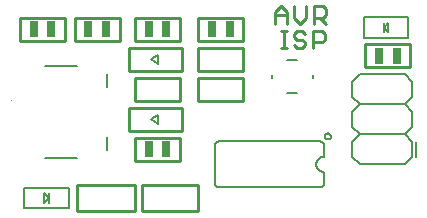
<source format=gto>
G04 EAGLE Gerber X2 export*
%TF.Part,Single*%
%TF.FileFunction,Other,Silk top*%
%TF.FilePolarity,Positive*%
%TF.GenerationSoftware,Autodesk,EAGLE,9.1.3*%
%TF.CreationDate,2018-09-03T05:04:02Z*%
G75*
%MOMM*%
%FSLAX34Y34*%
%LPD*%
%AMOC8*
5,1,8,0,0,1.08239X$1,22.5*%
G01*
%ADD10C,0.279400*%
%ADD11C,0.254000*%
%ADD12R,0.650000X1.400000*%
%ADD13C,0.203200*%
%ADD14C,0.101600*%
%ADD15C,0.127000*%
%ADD16C,0.152400*%


D10*
X226822Y169672D02*
X226822Y179671D01*
X231822Y184671D01*
X236821Y179671D01*
X236821Y169672D01*
X236821Y177171D02*
X226822Y177171D01*
X243194Y174672D02*
X243194Y184671D01*
X243194Y174672D02*
X248193Y169672D01*
X253193Y174672D01*
X253193Y184671D01*
X259565Y184671D02*
X259565Y169672D01*
X259565Y184671D02*
X267065Y184671D01*
X269564Y182171D01*
X269564Y177171D01*
X267065Y174672D01*
X259565Y174672D01*
X264565Y174672D02*
X269564Y169672D01*
X236584Y149035D02*
X231585Y149035D01*
X234084Y149035D02*
X234084Y164033D01*
X231585Y164033D02*
X236584Y164033D01*
X249998Y164033D02*
X252498Y161534D01*
X249998Y164033D02*
X244999Y164033D01*
X242499Y161534D01*
X242499Y159034D01*
X244999Y156534D01*
X249998Y156534D01*
X252498Y154034D01*
X252498Y151534D01*
X249998Y149035D01*
X244999Y149035D01*
X242499Y151534D01*
X258870Y149035D02*
X258870Y164033D01*
X266370Y164033D01*
X268870Y161534D01*
X268870Y156534D01*
X266370Y154034D01*
X258870Y154034D01*
D11*
X107950Y33338D02*
X58738Y33338D01*
X107950Y33338D02*
X107950Y11113D01*
X58738Y11113D01*
X58738Y33338D01*
X114300Y33338D02*
X114300Y11113D01*
X114300Y33338D02*
X161925Y33338D01*
X161925Y11113D01*
X114300Y11113D01*
X107950Y73025D02*
X146050Y73025D01*
X146050Y53975D01*
X107950Y53975D01*
X107950Y73025D01*
X147638Y79375D02*
X147638Y98425D01*
X103188Y98425D01*
X103188Y79375D01*
X147638Y79375D01*
X147638Y130175D02*
X147638Y149225D01*
X103188Y149225D01*
X103188Y130175D01*
X147638Y130175D01*
X146050Y174625D02*
X107950Y174625D01*
X146050Y174625D02*
X146050Y155575D01*
X107950Y155575D01*
X107950Y174625D01*
X95250Y174625D02*
X57150Y174625D01*
X95250Y174625D02*
X95250Y155575D01*
X57150Y155575D01*
X57150Y174625D01*
X49213Y174625D02*
X11113Y174625D01*
X49213Y174625D02*
X49213Y155575D01*
X11113Y155575D01*
X11113Y174625D01*
X161925Y174625D02*
X200025Y174625D01*
X200025Y155575D01*
X161925Y155575D01*
X161925Y174625D01*
X161925Y149225D02*
X200025Y149225D01*
X200025Y130175D01*
X161925Y130175D01*
X161925Y149225D01*
X161925Y123825D02*
X200025Y123825D01*
X200025Y104775D01*
X161925Y104775D01*
X161925Y123825D01*
X303213Y152400D02*
X341313Y152400D01*
X341313Y133350D01*
X303213Y133350D01*
X303213Y152400D01*
X146050Y123825D02*
X107950Y123825D01*
X146050Y123825D02*
X146050Y104775D01*
X107950Y104775D01*
X107950Y123825D01*
D12*
X37477Y165115D03*
X22745Y165115D03*
D13*
X35338Y26288D02*
X35338Y22288D01*
X35338Y18288D01*
X35338Y22288D02*
X31338Y26288D01*
X31338Y18288D01*
X35338Y22288D01*
X14338Y13788D02*
X14338Y30788D01*
X52338Y30788D01*
X52338Y13788D01*
X14338Y13788D01*
X336550Y50800D02*
X342900Y57150D01*
X342900Y69850D02*
X336550Y76200D01*
X342900Y82550D01*
X342900Y95250D02*
X336550Y101600D01*
X342900Y107950D01*
X342900Y120650D02*
X336550Y127000D01*
X336550Y50800D02*
X298450Y50800D01*
X292100Y57150D01*
X292100Y69850D01*
X298450Y76200D01*
X292100Y82550D01*
X292100Y95250D01*
X298450Y101600D01*
X292100Y107950D01*
X292100Y120650D01*
X298450Y127000D01*
X298450Y76200D02*
X336550Y76200D01*
X336550Y101600D02*
X298450Y101600D01*
X298450Y127000D02*
X336550Y127000D01*
X342900Y120650D02*
X342900Y107950D01*
X342900Y95250D02*
X342900Y82550D01*
X342900Y69850D02*
X342900Y57150D01*
X346250Y57150D02*
X346250Y69850D01*
D14*
X3039Y105383D02*
X3039Y105382D01*
D15*
X32100Y134000D02*
X59100Y134000D01*
X59100Y56000D02*
X32100Y56000D01*
X84100Y116000D02*
X84100Y127000D01*
X84100Y74000D02*
X84100Y63000D01*
D13*
X179832Y31337D02*
X264668Y31337D01*
X178832Y70263D02*
X178719Y70244D01*
X178607Y70222D01*
X178496Y70195D01*
X178386Y70165D01*
X178277Y70130D01*
X178169Y70092D01*
X178062Y70051D01*
X177957Y70006D01*
X177854Y69957D01*
X177752Y69905D01*
X177652Y69849D01*
X177554Y69790D01*
X177459Y69728D01*
X177365Y69662D01*
X177274Y69593D01*
X177185Y69522D01*
X177098Y69447D01*
X177014Y69369D01*
X176933Y69289D01*
X176855Y69205D01*
X176779Y69119D01*
X176707Y69031D01*
X176638Y68940D01*
X176571Y68847D01*
X176508Y68752D01*
X176448Y68654D01*
X176392Y68555D01*
X176339Y68454D01*
X176290Y68350D01*
X176244Y68246D01*
X176201Y68140D01*
X176163Y68032D01*
X176128Y67923D01*
X176096Y67813D01*
X176069Y67702D01*
X176045Y67590D01*
X176025Y67478D01*
X176009Y67365D01*
X175997Y67251D01*
X175989Y67137D01*
X175985Y67023D01*
X175984Y66908D01*
X175988Y66794D01*
X175995Y66680D01*
X176006Y66566D01*
X176022Y66453D01*
X264668Y31337D02*
X264798Y31354D01*
X264927Y31375D01*
X265056Y31400D01*
X265184Y31428D01*
X265311Y31461D01*
X265437Y31497D01*
X265562Y31538D01*
X265685Y31582D01*
X265807Y31629D01*
X265928Y31681D01*
X266047Y31735D01*
X266164Y31794D01*
X266279Y31856D01*
X266393Y31921D01*
X266505Y31990D01*
X266614Y32063D01*
X266721Y32138D01*
X266826Y32217D01*
X266928Y32299D01*
X267028Y32384D01*
X267125Y32471D01*
X267220Y32562D01*
X267312Y32656D01*
X267401Y32752D01*
X267487Y32851D01*
X267569Y32952D01*
X267649Y33056D01*
X267726Y33163D01*
X267799Y33271D01*
X267869Y33382D01*
X267936Y33495D01*
X267999Y33610D01*
X268059Y33726D01*
X268115Y33845D01*
X268168Y33965D01*
X268217Y34086D01*
X268262Y34209D01*
X268304Y34334D01*
X268342Y34459D01*
X268375Y34586D01*
X268406Y34713D01*
X268432Y34842D01*
X268454Y34971D01*
X268473Y35101D01*
X268487Y35231D01*
X268498Y35362D01*
X268504Y35493D01*
X268507Y35624D01*
X268506Y35755D01*
X268500Y35886D01*
X268491Y36016D01*
X268478Y36147D01*
X179832Y31337D02*
X179710Y31339D01*
X179588Y31345D01*
X179466Y31355D01*
X179345Y31368D01*
X179224Y31386D01*
X179104Y31407D01*
X178984Y31432D01*
X178865Y31461D01*
X178748Y31494D01*
X178631Y31531D01*
X178516Y31571D01*
X178402Y31615D01*
X178290Y31663D01*
X178179Y31714D01*
X178070Y31769D01*
X177962Y31827D01*
X177857Y31889D01*
X177753Y31954D01*
X177652Y32022D01*
X177553Y32093D01*
X177456Y32168D01*
X177362Y32246D01*
X177270Y32326D01*
X177181Y32410D01*
X177095Y32496D01*
X177011Y32585D01*
X176931Y32677D01*
X176853Y32771D01*
X176778Y32868D01*
X176707Y32967D01*
X176639Y33068D01*
X176574Y33172D01*
X176512Y33277D01*
X176454Y33385D01*
X176399Y33494D01*
X176348Y33605D01*
X176300Y33717D01*
X176256Y33831D01*
X176216Y33946D01*
X176179Y34063D01*
X176146Y34180D01*
X176117Y34299D01*
X176092Y34419D01*
X176071Y34539D01*
X176053Y34660D01*
X176040Y34781D01*
X176030Y34903D01*
X176024Y35025D01*
X176022Y35147D01*
X264667Y70263D02*
X264781Y70278D01*
X264895Y70290D01*
X265009Y70297D01*
X265123Y70301D01*
X265237Y70300D01*
X265352Y70296D01*
X265466Y70288D01*
X265579Y70276D01*
X265692Y70260D01*
X265805Y70240D01*
X265917Y70216D01*
X266028Y70189D01*
X266138Y70158D01*
X266247Y70123D01*
X266354Y70084D01*
X266461Y70042D01*
X266565Y69996D01*
X266668Y69946D01*
X266770Y69893D01*
X266869Y69837D01*
X266967Y69777D01*
X267062Y69714D01*
X267155Y69648D01*
X267246Y69578D01*
X267334Y69506D01*
X267420Y69430D01*
X267503Y69352D01*
X267584Y69271D01*
X267662Y69187D01*
X267736Y69101D01*
X267808Y69012D01*
X267877Y68920D01*
X267943Y68827D01*
X268005Y68731D01*
X268064Y68633D01*
X268120Y68533D01*
X268172Y68431D01*
X268220Y68328D01*
X268266Y68223D01*
X268307Y68116D01*
X268345Y68008D01*
X268379Y67899D01*
X268409Y67789D01*
X268436Y67678D01*
X268459Y67566D01*
X268478Y67453D01*
X264668Y70263D02*
X178832Y70263D01*
X176022Y66453D02*
X176022Y35147D01*
X267970Y44704D02*
X267812Y44706D01*
X267653Y44712D01*
X267495Y44722D01*
X267338Y44736D01*
X267180Y44753D01*
X267024Y44775D01*
X266867Y44800D01*
X266712Y44830D01*
X266557Y44863D01*
X266403Y44900D01*
X266250Y44941D01*
X266098Y44986D01*
X265948Y45035D01*
X265798Y45087D01*
X265650Y45143D01*
X265503Y45203D01*
X265358Y45266D01*
X265215Y45333D01*
X265073Y45403D01*
X264933Y45477D01*
X264795Y45555D01*
X264659Y45636D01*
X264525Y45720D01*
X264393Y45807D01*
X264263Y45898D01*
X264136Y45992D01*
X264011Y46089D01*
X263888Y46190D01*
X263768Y46293D01*
X263651Y46399D01*
X263536Y46508D01*
X263424Y46620D01*
X263315Y46735D01*
X263209Y46852D01*
X263106Y46972D01*
X263005Y47095D01*
X262908Y47220D01*
X262814Y47347D01*
X262723Y47477D01*
X262636Y47609D01*
X262552Y47743D01*
X262471Y47879D01*
X262393Y48017D01*
X262319Y48157D01*
X262249Y48299D01*
X262182Y48442D01*
X262119Y48587D01*
X262059Y48734D01*
X262003Y48882D01*
X261951Y49032D01*
X261902Y49182D01*
X261857Y49334D01*
X261816Y49487D01*
X261779Y49641D01*
X261746Y49796D01*
X261716Y49951D01*
X261691Y50108D01*
X261669Y50264D01*
X261652Y50422D01*
X261638Y50579D01*
X261628Y50737D01*
X261622Y50896D01*
X261620Y51054D01*
X261622Y51212D01*
X261628Y51371D01*
X261638Y51529D01*
X261652Y51686D01*
X261669Y51844D01*
X261691Y52000D01*
X261716Y52157D01*
X261746Y52312D01*
X261779Y52467D01*
X261816Y52621D01*
X261857Y52774D01*
X261902Y52926D01*
X261951Y53076D01*
X262003Y53226D01*
X262059Y53374D01*
X262119Y53521D01*
X262182Y53666D01*
X262249Y53809D01*
X262319Y53951D01*
X262393Y54091D01*
X262471Y54229D01*
X262552Y54365D01*
X262636Y54499D01*
X262723Y54631D01*
X262814Y54761D01*
X262908Y54888D01*
X263005Y55013D01*
X263106Y55136D01*
X263209Y55256D01*
X263315Y55373D01*
X263424Y55488D01*
X263536Y55600D01*
X263651Y55709D01*
X263768Y55815D01*
X263888Y55918D01*
X264011Y56019D01*
X264136Y56116D01*
X264263Y56210D01*
X264393Y56301D01*
X264525Y56388D01*
X264659Y56472D01*
X264795Y56553D01*
X264933Y56631D01*
X265073Y56705D01*
X265215Y56775D01*
X265358Y56842D01*
X265503Y56905D01*
X265650Y56965D01*
X265798Y57021D01*
X265948Y57073D01*
X266098Y57122D01*
X266250Y57167D01*
X266403Y57208D01*
X266557Y57245D01*
X266712Y57278D01*
X266867Y57308D01*
X267024Y57333D01*
X267180Y57355D01*
X267338Y57372D01*
X267495Y57386D01*
X267653Y57396D01*
X267812Y57402D01*
X267970Y57404D01*
X268478Y44704D02*
X268478Y36274D01*
X268478Y57404D02*
X268478Y67453D01*
X268923Y74613D02*
X268925Y74713D01*
X268931Y74814D01*
X268941Y74913D01*
X268955Y75013D01*
X268972Y75112D01*
X268994Y75210D01*
X269020Y75307D01*
X269049Y75403D01*
X269082Y75497D01*
X269119Y75591D01*
X269159Y75683D01*
X269203Y75773D01*
X269251Y75861D01*
X269302Y75948D01*
X269356Y76032D01*
X269414Y76114D01*
X269475Y76194D01*
X269539Y76271D01*
X269606Y76346D01*
X269676Y76418D01*
X269749Y76487D01*
X269824Y76553D01*
X269902Y76617D01*
X269982Y76677D01*
X270065Y76734D01*
X270150Y76787D01*
X270237Y76837D01*
X270326Y76884D01*
X270416Y76927D01*
X270508Y76967D01*
X270602Y77003D01*
X270697Y77035D01*
X270793Y77063D01*
X270891Y77088D01*
X270989Y77108D01*
X271088Y77125D01*
X271188Y77138D01*
X271287Y77147D01*
X271388Y77152D01*
X271488Y77153D01*
X271588Y77150D01*
X271689Y77143D01*
X271788Y77132D01*
X271888Y77117D01*
X271986Y77099D01*
X272084Y77076D01*
X272181Y77049D01*
X272276Y77019D01*
X272371Y76985D01*
X272464Y76947D01*
X272555Y76906D01*
X272645Y76861D01*
X272733Y76813D01*
X272819Y76761D01*
X272903Y76706D01*
X272984Y76647D01*
X273063Y76585D01*
X273140Y76521D01*
X273214Y76453D01*
X273285Y76382D01*
X273354Y76309D01*
X273419Y76233D01*
X273482Y76154D01*
X273541Y76073D01*
X273597Y75990D01*
X273650Y75905D01*
X273699Y75817D01*
X273745Y75728D01*
X273787Y75637D01*
X273826Y75544D01*
X273861Y75450D01*
X273892Y75355D01*
X273920Y75258D01*
X273943Y75161D01*
X273963Y75062D01*
X273979Y74963D01*
X273991Y74864D01*
X273999Y74763D01*
X274003Y74663D01*
X274003Y74563D01*
X273999Y74463D01*
X273991Y74362D01*
X273979Y74263D01*
X273963Y74164D01*
X273943Y74065D01*
X273920Y73968D01*
X273892Y73871D01*
X273861Y73776D01*
X273826Y73682D01*
X273787Y73589D01*
X273745Y73498D01*
X273699Y73409D01*
X273650Y73321D01*
X273597Y73236D01*
X273541Y73153D01*
X273482Y73072D01*
X273419Y72993D01*
X273354Y72917D01*
X273285Y72844D01*
X273214Y72773D01*
X273140Y72705D01*
X273063Y72641D01*
X272984Y72579D01*
X272903Y72520D01*
X272819Y72465D01*
X272733Y72413D01*
X272645Y72365D01*
X272555Y72320D01*
X272464Y72279D01*
X272371Y72241D01*
X272276Y72207D01*
X272181Y72177D01*
X272084Y72150D01*
X271986Y72127D01*
X271888Y72109D01*
X271788Y72094D01*
X271689Y72083D01*
X271588Y72076D01*
X271488Y72073D01*
X271388Y72074D01*
X271287Y72079D01*
X271188Y72088D01*
X271088Y72101D01*
X270989Y72118D01*
X270891Y72138D01*
X270793Y72163D01*
X270697Y72191D01*
X270602Y72223D01*
X270508Y72259D01*
X270416Y72299D01*
X270326Y72342D01*
X270237Y72389D01*
X270150Y72439D01*
X270065Y72492D01*
X269982Y72549D01*
X269902Y72609D01*
X269824Y72673D01*
X269749Y72739D01*
X269676Y72808D01*
X269606Y72880D01*
X269539Y72955D01*
X269475Y73032D01*
X269414Y73112D01*
X269356Y73194D01*
X269302Y73278D01*
X269251Y73365D01*
X269203Y73453D01*
X269159Y73543D01*
X269119Y73635D01*
X269082Y73729D01*
X269049Y73823D01*
X269020Y73919D01*
X268994Y74016D01*
X268972Y74114D01*
X268955Y74213D01*
X268941Y74313D01*
X268931Y74412D01*
X268925Y74513D01*
X268923Y74613D01*
D16*
X128000Y92900D02*
X122000Y88900D01*
X128000Y92900D02*
X128000Y84900D01*
X122000Y88900D01*
X122000Y139700D02*
X128000Y143700D01*
X128000Y135700D01*
X122000Y139700D01*
D12*
X119686Y165085D03*
X134418Y165085D03*
X119686Y63485D03*
X134418Y63485D03*
X83514Y165115D03*
X68782Y165115D03*
X188289Y165115D03*
X173557Y165115D03*
D13*
X237300Y111643D02*
X245300Y111643D01*
X258570Y123913D02*
X258570Y126913D01*
X224030Y126913D02*
X224030Y123913D01*
X237300Y139183D02*
X245300Y139183D01*
X318675Y162688D02*
X318675Y166688D01*
X318675Y170688D01*
X318675Y166688D02*
X322675Y162688D01*
X322675Y170688D01*
X318675Y166688D01*
X339675Y175188D02*
X339675Y158188D01*
X301675Y158188D01*
X301675Y175188D01*
X339675Y175188D01*
D12*
X314949Y142860D03*
X329681Y142860D03*
M02*

</source>
